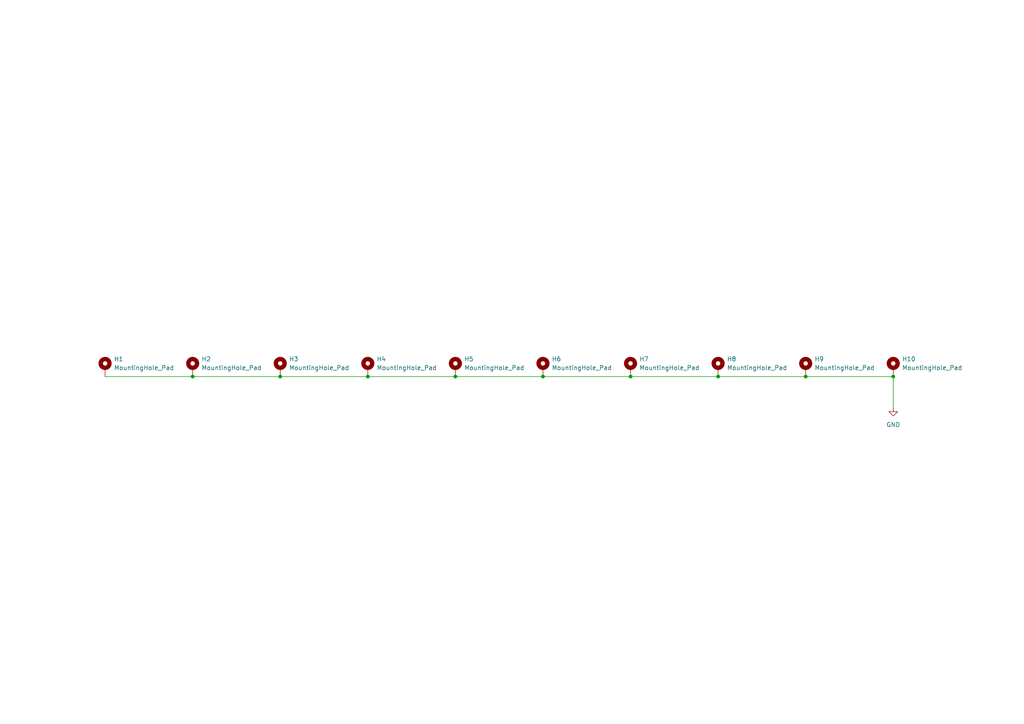
<source format=kicad_sch>
(kicad_sch (version 20250114) (generator "eeschema") (generator_version "9.0")
  (paper "A4")
  (lib_symbols
    (symbol "Mechanical:MountingHole_Pad" (pin_numbers (hide yes)) (pin_names (offset 1.016) (hide yes)) (in_bom no)
      (property "Reference" "H" (at 0 6.35 0))
      (property "Value" "MountingHole_Pad" (at 0 4.445 0))
      (symbol "MountingHole_Pad_0_1"
        (circle (center 0 1.27) (radius 1.27) (stroke (width 1.27)))
      )
      (symbol "MountingHole_Pad_1_1"
        (pin input line (at 0 -2.54 90) (length 2.54) (name "1") (number "1"))
      )
    )
    (symbol "power:GND" (power) (pin_numbers (hide yes)) (pin_names (offset 0) (hide yes))
      (property "Value" "GND" (at 0 -3.81 0))
      (symbol "GND_0_1"
        (polyline (pts (xy 0 0) (xy 0 -1.27) (xy 1.27 -1.27) (xy 0 -2.54) (xy -1.27 -1.27) (xy 0 -1.27)))
      )
      (symbol "GND_1_1"
        (pin power_in line (at 0 0 270) (length 0) (name "~") (number "1"))
      )
    )
  )
  (junction (at 208.28 109.22))
  (junction (at 259.08 109.22))
  (junction (at 132.08 109.22))
  (junction (at 81.28 109.22))
  (junction (at 182.88 109.22))
  (junction (at 233.68 109.22))
  (junction (at 55.88 109.22))
  (junction (at 106.68 109.22))
  (junction (at 157.48 109.22))
  (wire (pts (xy 182.88 109.22) (xy 208.28 109.22)))
  (wire (pts (xy 259.08 109.22) (xy 259.08 118.11)))
  (wire (pts (xy 81.28 109.22) (xy 106.68 109.22)))
  (wire (pts (xy 233.68 109.22) (xy 259.08 109.22)))
  (wire (pts (xy 132.08 109.22) (xy 157.48 109.22)))
  (wire (pts (xy 106.68 109.22) (xy 132.08 109.22)))
  (wire (pts (xy 55.88 109.22) (xy 81.28 109.22)))
  (wire (pts (xy 157.48 109.22) (xy 182.88 109.22)))
  (wire (pts (xy 30.48 109.22) (xy 55.88 109.22)))
  (wire (pts (xy 208.28 109.22) (xy 233.68 109.22)))
  (symbol (lib_id "Mechanical:MountingHole_Pad") (at 132.08 106.68 0) (unit 1) (in_bom no)
    (property "Reference" "H5" (at 134.62 104.1399 0) (effects (justify left)))
    (property "Value" "MountingHole_Pad" (at 134.62 106.6799 0) (effects (justify left)))
    (property "Footprint" "MountingHole:MountingHole_2.2mm_M2_DIN965_Pad_TopBottom" (effects (hide yes)))
    (property "Description" "Mounting Hole with connection" (effects (hide yes)))
  )
  (symbol (lib_id "Mechanical:MountingHole_Pad") (at 182.88 106.68 0) (unit 1) (in_bom no)
    (property "Reference" "H7" (at 185.42 104.1399 0) (effects (justify left)))
    (property "Value" "MountingHole_Pad" (at 185.42 106.6799 0) (effects (justify left)))
    (property "Footprint" "MountingHole:MountingHole_2.2mm_M2_DIN965_Pad_TopBottom" (effects (hide yes)))
    (property "Description" "Mounting Hole with connection" (effects (hide yes)))
  )
  (symbol (lib_id "Mechanical:MountingHole_Pad") (at 30.48 106.68 0) (unit 1) (in_bom no)
    (property "Reference" "H1" (at 33.02 104.1399 0) (effects (justify left)))
    (property "Value" "MountingHole_Pad" (at 33.02 106.6799 0) (effects (justify left)))
    (property "Footprint" "MountingHole:MountingHole_2.2mm_M2_DIN965_Pad_TopBottom" (effects (hide yes)))
    (property "Description" "Mounting Hole with connection" (effects (hide yes)))
  )
  (symbol (lib_id "Mechanical:MountingHole_Pad") (at 55.88 106.68 0) (unit 1) (in_bom no)
    (property "Reference" "H2" (at 58.42 104.1399 0) (effects (justify left)))
    (property "Value" "MountingHole_Pad" (at 58.42 106.6799 0) (effects (justify left)))
    (property "Footprint" "MountingHole:MountingHole_2.2mm_M2_DIN965_Pad_TopBottom" (effects (hide yes)))
    (property "Description" "Mounting Hole with connection" (effects (hide yes)))
  )
  (symbol (lib_id "Mechanical:MountingHole_Pad") (at 259.08 106.68 0) (unit 1) (in_bom no)
    (property "Reference" "H10" (at 261.62 104.1399 0) (effects (justify left)))
    (property "Value" "MountingHole_Pad" (at 261.62 106.6799 0) (effects (justify left)))
    (property "Footprint" "MountingHole:MountingHole_2.2mm_M2_DIN965_Pad_TopBottom" (effects (hide yes)))
    (property "Description" "Mounting Hole with connection" (effects (hide yes)))
  )
  (symbol (lib_id "power:GND") (at 259.08 118.11 0) (unit 1)
    (property "Reference" "#PWR029" (effects (hide yes)))
    (property "Value" "GND" (at 259.08 123.19 0))
    (property "Description" "Power symbol creates a global label with name \"GND\" , ground" (effects (hide yes)))
  )
  (symbol (lib_id "Mechanical:MountingHole_Pad") (at 106.68 106.68 0) (unit 1) (in_bom no)
    (property "Reference" "H4" (at 109.22 104.1399 0) (effects (justify left)))
    (property "Value" "MountingHole_Pad" (at 109.22 106.6799 0) (effects (justify left)))
    (property "Footprint" "MountingHole:MountingHole_2.2mm_M2_DIN965_Pad_TopBottom" (effects (hide yes)))
    (property "Description" "Mounting Hole with connection" (effects (hide yes)))
  )
  (symbol (lib_id "Mechanical:MountingHole_Pad") (at 208.28 106.68 0) (unit 1) (in_bom no)
    (property "Reference" "H8" (at 210.82 104.1399 0) (effects (justify left)))
    (property "Value" "MountingHole_Pad" (at 210.82 106.6799 0) (effects (justify left)))
    (property "Footprint" "MountingHole:MountingHole_2.2mm_M2_DIN965_Pad_TopBottom" (effects (hide yes)))
    (property "Description" "Mounting Hole with connection" (effects (hide yes)))
  )
  (symbol (lib_id "Mechanical:MountingHole_Pad") (at 157.48 106.68 0) (unit 1) (in_bom no)
    (property "Reference" "H6" (at 160.02 104.1399 0) (effects (justify left)))
    (property "Value" "MountingHole_Pad" (at 160.02 106.6799 0) (effects (justify left)))
    (property "Footprint" "MountingHole:MountingHole_2.2mm_M2_DIN965_Pad_TopBottom" (effects (hide yes)))
    (property "Description" "Mounting Hole with connection" (effects (hide yes)))
  )
  (symbol (lib_id "Mechanical:MountingHole_Pad") (at 233.68 106.68 0) (unit 1) (in_bom no)
    (property "Reference" "H9" (at 236.22 104.1399 0) (effects (justify left)))
    (property "Value" "MountingHole_Pad" (at 236.22 106.6799 0) (effects (justify left)))
    (property "Footprint" "MountingHole:MountingHole_2.2mm_M2_DIN965_Pad_TopBottom" (effects (hide yes)))
    (property "Description" "Mounting Hole with connection" (effects (hide yes)))
  )
  (symbol (lib_id "Mechanical:MountingHole_Pad") (at 81.28 106.68 0) (unit 1) (in_bom no)
    (property "Reference" "H3" (at 83.82 104.1399 0) (effects (justify left)))
    (property "Value" "MountingHole_Pad" (at 83.82 106.6799 0) (effects (justify left)))
    (property "Footprint" "MountingHole:MountingHole_2.2mm_M2_DIN965_Pad_TopBottom" (effects (hide yes)))
    (property "Description" "Mounting Hole with connection" (effects (hide yes)))
  )
)
</source>
